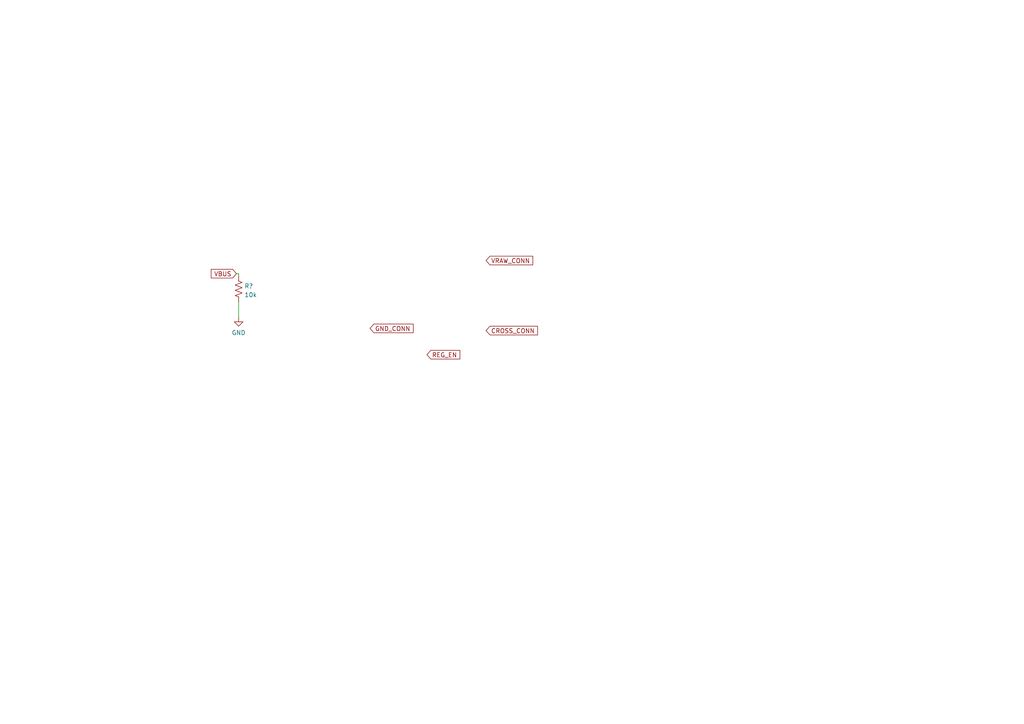
<source format=kicad_sch>
(kicad_sch (version 20211123) (generator eeschema)
  (paper "A4")
  (lib_symbols
    (symbol "Device:R_US" (pin_numbers hide) (pin_names (offset 0))
      (property "Reference" "R" (at 2.54 0 90))
      (property "Value" "R_US" (at -2.54 0 90))
      (symbol "R_US_0_1"
        (polyline (pts (xy 0 -2.286) (xy 0 -2.54)))
        (polyline (pts (xy 0 2.286) (xy 0 2.54)))
        (polyline (pts (xy 0 -0.762) (xy 1.016 -1.143) (xy 0 -1.524) (xy -1.016 -1.905) (xy 0 -2.286)))
        (polyline (pts (xy 0 0.762) (xy 1.016 0.381) (xy 0 0) (xy -1.016 -0.381) (xy 0 -0.762)))
        (polyline (pts (xy 0 2.286) (xy 1.016 1.905) (xy 0 1.524) (xy -1.016 1.143) (xy 0 0.762)))
      )
      (symbol "R_US_1_1"
        (pin passive line (at 0 3.81 270) (length 1.27) (name "~") (number "1"))
        (pin passive line (at 0 -3.81 90) (length 1.27) (name "~") (number "2"))
      )
    )
    (symbol "power:GND" (power) (pin_names (offset 0))
      (property "Value" "GND" (at 0 -3.81 0))
      (symbol "GND_0_1"
        (polyline (pts (xy 0 0) (xy 0 -1.27) (xy 1.27 -1.27) (xy 0 -2.54) (xy -1.27 -1.27) (xy 0 -1.27)))
      )
      (symbol "GND_1_1"
        (pin power_in line (at 0 0 270) (length 0) hide (name "GND") (number "1"))
      )
    )
  )
  (wire (pts (xy 69.215 79.375) (xy 68.58 79.375)))
  (wire (pts (xy 69.215 80.01) (xy 69.215 79.375)))
  (wire (pts (xy 69.215 87.63) (xy 69.215 92.075)))
  (global_label "VRAW_CONN" (shape input) (at 140.97 75.565 0) (property "Intersheet References" "${INTERSHEET_REFS}" (effects hide)))
  (global_label "REG_EN" (shape input) (at 123.825 102.87 0) (property "Intersheet References" "${INTERSHEET_REFS}" (effects hide)))
  (global_label "CROSS_CONN" (shape input) (at 140.97 95.885 0) (property "Intersheet References" "${INTERSHEET_REFS}" (effects hide)))
  (global_label "GND_CONN" (shape input) (at 107.315 95.25 0) (property "Intersheet References" "${INTERSHEET_REFS}" (effects hide)))
  (global_label "VBUS" (shape input) (at 68.58 79.375 180) (property "Intersheet References" "${INTERSHEET_REFS}" (effects hide)))
  (symbol (lib_id "power:GND") (at 69.215 92.075 0) (unit 1)
    (property "Reference" "#PWR?" (effects hide))
    (property "Value" "GND" (at 69.215 96.5184 0))
  )
  (symbol (lib_id "Device:R_US") (at 69.215 83.82 0) (unit 1)
    (property "Reference" "R?" (at 70.866 82.9853 0) (effects (justify left)))
    (property "Value" "10k" (at 70.866 85.5222 0) (effects (justify left)))
    (property "Footprint" "Resistor_SMD:R_0805_2012Metric" (effects hide))
  )
)
</source>
